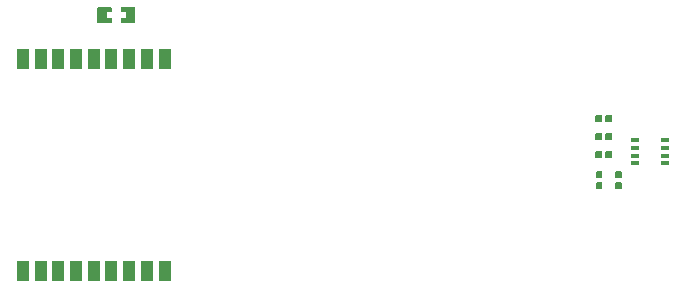
<source format=gtp>
G04 Layer: TopPasteMaskLayer*
G04 EasyEDA v6.5.47, 2024-12-05 11:28:38*
G04 e01d2f149ab64b4ea65648a7afd3b608,d06a1f6f384c4cbbbfe4d72778ff38a8,10*
G04 Gerber Generator version 0.2*
G04 Scale: 100 percent, Rotated: No, Reflected: No *
G04 Dimensions in millimeters *
G04 leading zeros omitted , absolute positions ,4 integer and 5 decimal *
%FSLAX45Y45*%
%MOMM*%

%ADD10R,1.1000X1.8000*%
%ADD11O,0.7670038X0.36400740000000004*%

%LPD*%
G36*
X6015736Y-1674774D02*
G01*
X6011722Y-1678787D01*
X6011722Y-1724812D01*
X6015736Y-1728825D01*
X6065774Y-1728825D01*
X6069787Y-1724812D01*
X6069787Y-1678787D01*
X6065774Y-1674774D01*
G37*
G36*
X6100826Y-1674774D02*
G01*
X6096812Y-1678787D01*
X6096812Y-1724812D01*
X6100826Y-1728825D01*
X6150864Y-1728825D01*
X6154877Y-1724812D01*
X6154877Y-1678787D01*
X6150864Y-1674774D01*
G37*
G36*
X6015736Y-1827174D02*
G01*
X6011722Y-1831187D01*
X6011722Y-1877212D01*
X6015736Y-1881225D01*
X6065774Y-1881225D01*
X6069787Y-1877212D01*
X6069787Y-1831187D01*
X6065774Y-1827174D01*
G37*
G36*
X6100826Y-1827174D02*
G01*
X6096812Y-1831187D01*
X6096812Y-1877212D01*
X6100826Y-1881225D01*
X6150864Y-1881225D01*
X6154877Y-1877212D01*
X6154877Y-1831187D01*
X6150864Y-1827174D01*
G37*
G36*
X6015736Y-1979574D02*
G01*
X6011722Y-1983587D01*
X6011722Y-2029612D01*
X6015736Y-2033625D01*
X6065774Y-2033625D01*
X6069787Y-2029612D01*
X6069787Y-1983587D01*
X6065774Y-1979574D01*
G37*
G36*
X6100826Y-1979574D02*
G01*
X6096812Y-1983587D01*
X6096812Y-2029612D01*
X6100826Y-2033625D01*
X6150864Y-2033625D01*
X6154877Y-2029612D01*
X6154877Y-1983587D01*
X6150864Y-1979574D01*
G37*
G36*
X6022695Y-2240483D02*
G01*
X6017717Y-2247493D01*
X6017717Y-2295499D01*
X6022695Y-2300478D01*
X6067704Y-2300478D01*
X6072682Y-2295499D01*
X6072682Y-2247493D01*
X6067704Y-2240483D01*
G37*
G36*
X6022695Y-2144522D02*
G01*
X6017717Y-2149500D01*
X6017717Y-2197506D01*
X6022695Y-2204516D01*
X6067704Y-2204516D01*
X6072682Y-2197506D01*
X6072682Y-2149500D01*
X6067704Y-2144522D01*
G37*
G36*
X6187795Y-2240483D02*
G01*
X6182817Y-2247493D01*
X6182817Y-2295499D01*
X6187795Y-2300478D01*
X6232804Y-2300478D01*
X6237782Y-2295499D01*
X6237782Y-2247493D01*
X6232804Y-2240483D01*
G37*
G36*
X6187795Y-2144522D02*
G01*
X6182817Y-2149500D01*
X6182817Y-2197506D01*
X6187795Y-2204516D01*
X6232804Y-2204516D01*
X6237782Y-2197506D01*
X6237782Y-2149500D01*
X6232804Y-2144522D01*
G37*
G36*
X1997811Y-756513D02*
G01*
X1992782Y-761492D01*
X1993290Y-802487D01*
X2037283Y-802487D01*
X2037283Y-847496D01*
X1992782Y-847496D01*
X1992782Y-889508D01*
X1997811Y-894486D01*
X2112772Y-894486D01*
X2117801Y-889508D01*
X2117801Y-761492D01*
X2112772Y-756513D01*
G37*
G36*
X1798777Y-756513D02*
G01*
X1793798Y-761492D01*
X1793798Y-889508D01*
X1798777Y-894486D01*
X1913788Y-894486D01*
X1918817Y-889508D01*
X1918309Y-847496D01*
X1874316Y-847496D01*
X1874316Y-802487D01*
X1919325Y-802487D01*
X1918817Y-761492D01*
X1913788Y-756513D01*
G37*
D10*
G01*
X2365298Y-2995498D03*
G01*
X2215311Y-2995498D03*
G01*
X2065299Y-2995498D03*
G01*
X1915312Y-2995498D03*
G01*
X1765300Y-2995498D03*
G01*
X1615287Y-2995498D03*
G01*
X1465300Y-2995498D03*
G01*
X1315288Y-2995498D03*
G01*
X1165301Y-2995498D03*
G01*
X1165301Y-1195501D03*
G01*
X1315288Y-1195501D03*
G01*
X1465300Y-1195501D03*
G01*
X1615287Y-1195501D03*
G01*
X1765300Y-1195501D03*
G01*
X1915312Y-1195501D03*
G01*
X2065299Y-1195501D03*
G01*
X2215311Y-1195501D03*
G01*
X2365298Y-1195501D03*
D11*
G01*
X6351143Y-1883689D03*
G01*
X6351143Y-1948713D03*
G01*
X6351143Y-2013712D03*
G01*
X6351143Y-2078710D03*
G01*
X6602856Y-2078710D03*
G01*
X6602856Y-2013712D03*
G01*
X6602856Y-1948713D03*
G01*
X6602856Y-1883689D03*
M02*

</source>
